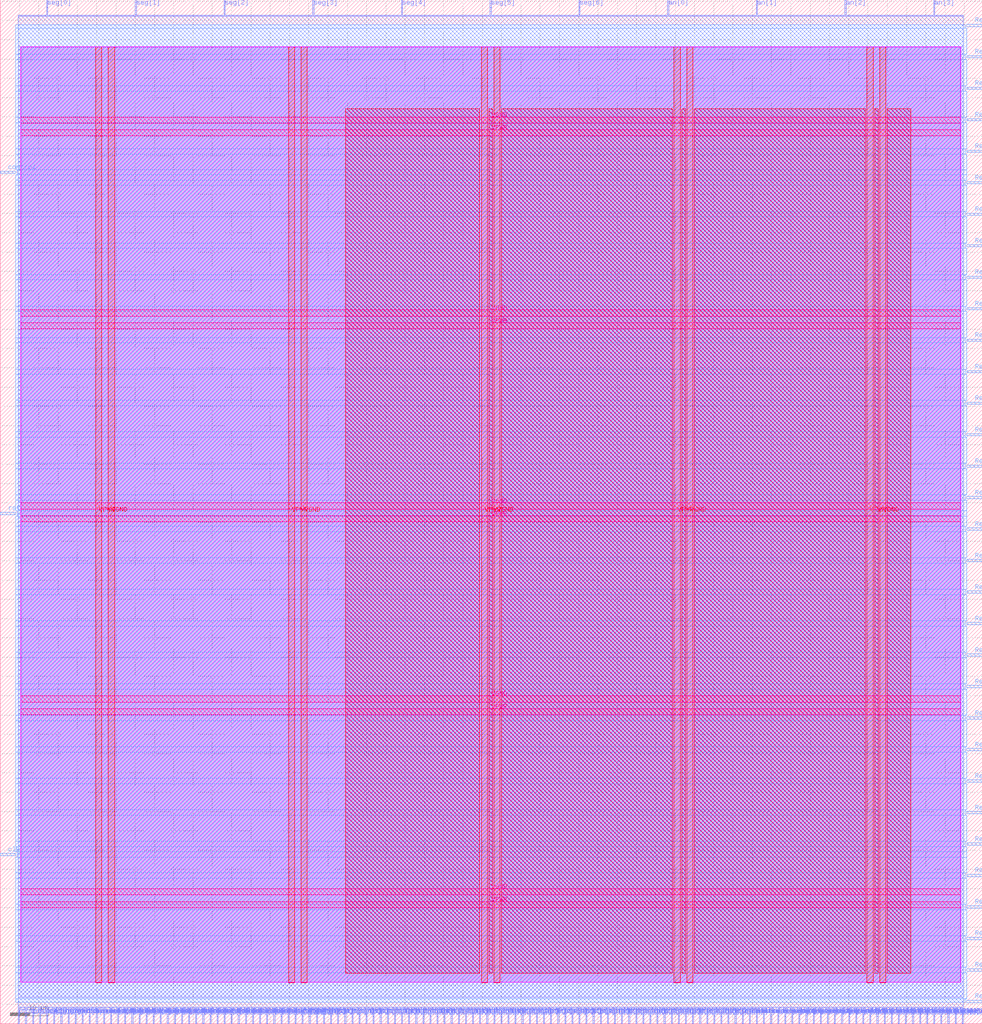
<source format=lef>
VERSION 5.7 ;
  NOWIREEXTENSIONATPIN ON ;
  DIVIDERCHAR "/" ;
  BUSBITCHARS "[]" ;
MACRO semi_cpu_top
  CLASS BLOCK ;
  FOREIGN semi_cpu_top ;
  ORIGIN 0.000 0.000 ;
  SIZE 254.620 BY 265.340 ;
  PIN Result[0]
    DIRECTION OUTPUT ;
    USE SIGNAL ;
    ANTENNADIFFAREA 0.445500 ;
    PORT
      LAYER met3 ;
        RECT 250.620 5.480 254.620 6.080 ;
    END
  END Result[0]
  PIN Result[10]
    DIRECTION OUTPUT ;
    USE SIGNAL ;
    ANTENNADIFFAREA 0.445500 ;
    PORT
      LAYER met3 ;
        RECT 250.620 87.080 254.620 87.680 ;
    END
  END Result[10]
  PIN Result[11]
    DIRECTION OUTPUT ;
    USE SIGNAL ;
    ANTENNADIFFAREA 0.445500 ;
    PORT
      LAYER met3 ;
        RECT 250.620 95.240 254.620 95.840 ;
    END
  END Result[11]
  PIN Result[12]
    DIRECTION OUTPUT ;
    USE SIGNAL ;
    ANTENNADIFFAREA 0.445500 ;
    PORT
      LAYER met3 ;
        RECT 250.620 103.400 254.620 104.000 ;
    END
  END Result[12]
  PIN Result[13]
    DIRECTION OUTPUT ;
    USE SIGNAL ;
    ANTENNADIFFAREA 0.445500 ;
    PORT
      LAYER met3 ;
        RECT 250.620 111.560 254.620 112.160 ;
    END
  END Result[13]
  PIN Result[14]
    DIRECTION OUTPUT ;
    USE SIGNAL ;
    ANTENNADIFFAREA 0.445500 ;
    PORT
      LAYER met3 ;
        RECT 250.620 119.720 254.620 120.320 ;
    END
  END Result[14]
  PIN Result[15]
    DIRECTION OUTPUT ;
    USE SIGNAL ;
    ANTENNADIFFAREA 0.445500 ;
    PORT
      LAYER met3 ;
        RECT 250.620 127.880 254.620 128.480 ;
    END
  END Result[15]
  PIN Result[16]
    DIRECTION OUTPUT ;
    USE SIGNAL ;
    ANTENNADIFFAREA 0.445500 ;
    PORT
      LAYER met3 ;
        RECT 250.620 136.040 254.620 136.640 ;
    END
  END Result[16]
  PIN Result[17]
    DIRECTION OUTPUT ;
    USE SIGNAL ;
    ANTENNADIFFAREA 0.445500 ;
    PORT
      LAYER met3 ;
        RECT 250.620 144.200 254.620 144.800 ;
    END
  END Result[17]
  PIN Result[18]
    DIRECTION OUTPUT ;
    USE SIGNAL ;
    ANTENNADIFFAREA 0.445500 ;
    PORT
      LAYER met3 ;
        RECT 250.620 152.360 254.620 152.960 ;
    END
  END Result[18]
  PIN Result[19]
    DIRECTION OUTPUT ;
    USE SIGNAL ;
    ANTENNADIFFAREA 0.445500 ;
    PORT
      LAYER met3 ;
        RECT 250.620 160.520 254.620 161.120 ;
    END
  END Result[19]
  PIN Result[1]
    DIRECTION OUTPUT ;
    USE SIGNAL ;
    ANTENNADIFFAREA 0.445500 ;
    PORT
      LAYER met3 ;
        RECT 250.620 13.640 254.620 14.240 ;
    END
  END Result[1]
  PIN Result[20]
    DIRECTION OUTPUT ;
    USE SIGNAL ;
    ANTENNADIFFAREA 0.445500 ;
    PORT
      LAYER met3 ;
        RECT 250.620 168.680 254.620 169.280 ;
    END
  END Result[20]
  PIN Result[21]
    DIRECTION OUTPUT ;
    USE SIGNAL ;
    ANTENNADIFFAREA 0.445500 ;
    PORT
      LAYER met3 ;
        RECT 250.620 176.840 254.620 177.440 ;
    END
  END Result[21]
  PIN Result[22]
    DIRECTION OUTPUT ;
    USE SIGNAL ;
    ANTENNADIFFAREA 0.445500 ;
    PORT
      LAYER met3 ;
        RECT 250.620 185.000 254.620 185.600 ;
    END
  END Result[22]
  PIN Result[23]
    DIRECTION OUTPUT ;
    USE SIGNAL ;
    ANTENNADIFFAREA 0.445500 ;
    PORT
      LAYER met3 ;
        RECT 250.620 193.160 254.620 193.760 ;
    END
  END Result[23]
  PIN Result[24]
    DIRECTION OUTPUT ;
    USE SIGNAL ;
    ANTENNADIFFAREA 0.445500 ;
    PORT
      LAYER met3 ;
        RECT 250.620 201.320 254.620 201.920 ;
    END
  END Result[24]
  PIN Result[25]
    DIRECTION OUTPUT ;
    USE SIGNAL ;
    ANTENNADIFFAREA 0.445500 ;
    PORT
      LAYER met3 ;
        RECT 250.620 209.480 254.620 210.080 ;
    END
  END Result[25]
  PIN Result[26]
    DIRECTION OUTPUT ;
    USE SIGNAL ;
    ANTENNADIFFAREA 0.445500 ;
    PORT
      LAYER met3 ;
        RECT 250.620 217.640 254.620 218.240 ;
    END
  END Result[26]
  PIN Result[27]
    DIRECTION OUTPUT ;
    USE SIGNAL ;
    ANTENNADIFFAREA 0.445500 ;
    PORT
      LAYER met3 ;
        RECT 250.620 225.800 254.620 226.400 ;
    END
  END Result[27]
  PIN Result[28]
    DIRECTION OUTPUT ;
    USE SIGNAL ;
    ANTENNADIFFAREA 0.445500 ;
    PORT
      LAYER met3 ;
        RECT 250.620 233.960 254.620 234.560 ;
    END
  END Result[28]
  PIN Result[29]
    DIRECTION OUTPUT ;
    USE SIGNAL ;
    ANTENNADIFFAREA 0.445500 ;
    PORT
      LAYER met3 ;
        RECT 250.620 242.120 254.620 242.720 ;
    END
  END Result[29]
  PIN Result[2]
    DIRECTION OUTPUT ;
    USE SIGNAL ;
    ANTENNADIFFAREA 0.445500 ;
    PORT
      LAYER met3 ;
        RECT 250.620 21.800 254.620 22.400 ;
    END
  END Result[2]
  PIN Result[30]
    DIRECTION OUTPUT ;
    USE SIGNAL ;
    ANTENNADIFFAREA 0.445500 ;
    PORT
      LAYER met3 ;
        RECT 250.620 250.280 254.620 250.880 ;
    END
  END Result[30]
  PIN Result[31]
    DIRECTION OUTPUT ;
    USE SIGNAL ;
    ANTENNADIFFAREA 0.445500 ;
    PORT
      LAYER met3 ;
        RECT 250.620 258.440 254.620 259.040 ;
    END
  END Result[31]
  PIN Result[3]
    DIRECTION OUTPUT ;
    USE SIGNAL ;
    ANTENNADIFFAREA 0.445500 ;
    PORT
      LAYER met3 ;
        RECT 250.620 29.960 254.620 30.560 ;
    END
  END Result[3]
  PIN Result[4]
    DIRECTION OUTPUT ;
    USE SIGNAL ;
    ANTENNADIFFAREA 0.445500 ;
    PORT
      LAYER met3 ;
        RECT 250.620 38.120 254.620 38.720 ;
    END
  END Result[4]
  PIN Result[5]
    DIRECTION OUTPUT ;
    USE SIGNAL ;
    ANTENNADIFFAREA 0.445500 ;
    PORT
      LAYER met3 ;
        RECT 250.620 46.280 254.620 46.880 ;
    END
  END Result[5]
  PIN Result[6]
    DIRECTION OUTPUT ;
    USE SIGNAL ;
    ANTENNADIFFAREA 0.445500 ;
    PORT
      LAYER met3 ;
        RECT 250.620 54.440 254.620 55.040 ;
    END
  END Result[6]
  PIN Result[7]
    DIRECTION OUTPUT ;
    USE SIGNAL ;
    ANTENNADIFFAREA 0.445500 ;
    PORT
      LAYER met3 ;
        RECT 250.620 62.600 254.620 63.200 ;
    END
  END Result[7]
  PIN Result[8]
    DIRECTION OUTPUT ;
    USE SIGNAL ;
    ANTENNADIFFAREA 0.445500 ;
    PORT
      LAYER met3 ;
        RECT 250.620 70.760 254.620 71.360 ;
    END
  END Result[8]
  PIN Result[9]
    DIRECTION OUTPUT ;
    USE SIGNAL ;
    ANTENNADIFFAREA 0.445500 ;
    PORT
      LAYER met3 ;
        RECT 250.620 78.920 254.620 79.520 ;
    END
  END Result[9]
  PIN VGND
    DIRECTION INOUT ;
    USE GROUND ;
    PORT
      LAYER met4 ;
        RECT 28.020 10.640 29.620 253.200 ;
    END
    PORT
      LAYER met4 ;
        RECT 78.020 10.640 79.620 253.200 ;
    END
    PORT
      LAYER met4 ;
        RECT 128.020 10.640 129.620 253.200 ;
    END
    PORT
      LAYER met4 ;
        RECT 178.020 10.640 179.620 253.200 ;
    END
    PORT
      LAYER met4 ;
        RECT 228.020 10.640 229.620 253.200 ;
    END
    PORT
      LAYER met5 ;
        RECT 5.280 33.380 249.100 34.980 ;
    END
    PORT
      LAYER met5 ;
        RECT 5.280 83.380 249.100 84.980 ;
    END
    PORT
      LAYER met5 ;
        RECT 5.280 133.380 249.100 134.980 ;
    END
    PORT
      LAYER met5 ;
        RECT 5.280 183.380 249.100 184.980 ;
    END
    PORT
      LAYER met5 ;
        RECT 5.280 233.380 249.100 234.980 ;
    END
  END VGND
  PIN VPWR
    DIRECTION INOUT ;
    USE POWER ;
    PORT
      LAYER met4 ;
        RECT 24.720 10.640 26.320 253.200 ;
    END
    PORT
      LAYER met4 ;
        RECT 74.720 10.640 76.320 253.200 ;
    END
    PORT
      LAYER met4 ;
        RECT 124.720 10.640 126.320 253.200 ;
    END
    PORT
      LAYER met4 ;
        RECT 174.720 10.640 176.320 253.200 ;
    END
    PORT
      LAYER met4 ;
        RECT 224.720 10.640 226.320 253.200 ;
    END
    PORT
      LAYER met5 ;
        RECT 5.280 30.080 249.100 31.680 ;
    END
    PORT
      LAYER met5 ;
        RECT 5.280 80.080 249.100 81.680 ;
    END
    PORT
      LAYER met5 ;
        RECT 5.280 130.080 249.100 131.680 ;
    END
    PORT
      LAYER met5 ;
        RECT 5.280 180.080 249.100 181.680 ;
    END
    PORT
      LAYER met5 ;
        RECT 5.280 230.080 249.100 231.680 ;
    END
  END VPWR
  PIN alu_op_tb[0]
    DIRECTION OUTPUT ;
    USE SIGNAL ;
    ANTENNADIFFAREA 0.445500 ;
    PORT
      LAYER met2 ;
        RECT 10.210 0.000 10.490 4.000 ;
    END
  END alu_op_tb[0]
  PIN alu_op_tb[1]
    DIRECTION OUTPUT ;
    USE SIGNAL ;
    ANTENNADIFFAREA 0.445500 ;
    PORT
      LAYER met2 ;
        RECT 12.050 0.000 12.330 4.000 ;
    END
  END alu_op_tb[1]
  PIN alu_op_tb[2]
    DIRECTION OUTPUT ;
    USE SIGNAL ;
    ANTENNADIFFAREA 0.445500 ;
    PORT
      LAYER met2 ;
        RECT 13.890 0.000 14.170 4.000 ;
    END
  END alu_op_tb[2]
  PIN an[0]
    DIRECTION OUTPUT ;
    USE SIGNAL ;
    ANTENNADIFFAREA 0.795200 ;
    PORT
      LAYER met2 ;
        RECT 173.050 261.340 173.330 265.340 ;
    END
  END an[0]
  PIN an[1]
    DIRECTION OUTPUT ;
    USE SIGNAL ;
    ANTENNADIFFAREA 0.795200 ;
    PORT
      LAYER met2 ;
        RECT 196.050 261.340 196.330 265.340 ;
    END
  END an[1]
  PIN an[2]
    DIRECTION OUTPUT ;
    USE SIGNAL ;
    ANTENNADIFFAREA 0.795200 ;
    PORT
      LAYER met2 ;
        RECT 219.050 261.340 219.330 265.340 ;
    END
  END an[2]
  PIN an[3]
    DIRECTION OUTPUT ;
    USE SIGNAL ;
    ANTENNADIFFAREA 0.795200 ;
    PORT
      LAYER met2 ;
        RECT 242.050 261.340 242.330 265.340 ;
    END
  END an[3]
  PIN clk
    DIRECTION INPUT ;
    USE SIGNAL ;
    ANTENNAGATEAREA 0.852000 ;
    ANTENNADIFFAREA 0.434700 ;
    PORT
      LAYER met3 ;
        RECT 0.000 43.560 4.000 44.160 ;
    END
  END clk
  PIN control
    DIRECTION INPUT ;
    USE SIGNAL ;
    ANTENNAGATEAREA 0.495000 ;
    ANTENNADIFFAREA 0.434700 ;
    PORT
      LAYER met3 ;
        RECT 0.000 220.360 4.000 220.960 ;
    END
  END control
  PIN immediate_tb[0]
    DIRECTION OUTPUT ;
    USE SIGNAL ;
    ANTENNADIFFAREA 0.445500 ;
    PORT
      LAYER met2 ;
        RECT 192.370 0.000 192.650 4.000 ;
    END
  END immediate_tb[0]
  PIN immediate_tb[10]
    DIRECTION OUTPUT ;
    USE SIGNAL ;
    PORT
      LAYER met2 ;
        RECT 210.770 0.000 211.050 4.000 ;
    END
  END immediate_tb[10]
  PIN immediate_tb[11]
    DIRECTION OUTPUT ;
    USE SIGNAL ;
    PORT
      LAYER met2 ;
        RECT 212.610 0.000 212.890 4.000 ;
    END
  END immediate_tb[11]
  PIN immediate_tb[12]
    DIRECTION OUTPUT ;
    USE SIGNAL ;
    PORT
      LAYER met2 ;
        RECT 214.450 0.000 214.730 4.000 ;
    END
  END immediate_tb[12]
  PIN immediate_tb[13]
    DIRECTION OUTPUT ;
    USE SIGNAL ;
    PORT
      LAYER met2 ;
        RECT 216.290 0.000 216.570 4.000 ;
    END
  END immediate_tb[13]
  PIN immediate_tb[14]
    DIRECTION OUTPUT ;
    USE SIGNAL ;
    ANTENNADIFFAREA 0.445500 ;
    PORT
      LAYER met2 ;
        RECT 218.130 0.000 218.410 4.000 ;
    END
  END immediate_tb[14]
  PIN immediate_tb[15]
    DIRECTION OUTPUT ;
    USE SIGNAL ;
    ANTENNADIFFAREA 0.445500 ;
    PORT
      LAYER met2 ;
        RECT 219.970 0.000 220.250 4.000 ;
    END
  END immediate_tb[15]
  PIN immediate_tb[16]
    DIRECTION OUTPUT ;
    USE SIGNAL ;
    PORT
      LAYER met2 ;
        RECT 221.810 0.000 222.090 4.000 ;
    END
  END immediate_tb[16]
  PIN immediate_tb[17]
    DIRECTION OUTPUT ;
    USE SIGNAL ;
    PORT
      LAYER met2 ;
        RECT 223.650 0.000 223.930 4.000 ;
    END
  END immediate_tb[17]
  PIN immediate_tb[18]
    DIRECTION OUTPUT ;
    USE SIGNAL ;
    PORT
      LAYER met2 ;
        RECT 225.490 0.000 225.770 4.000 ;
    END
  END immediate_tb[18]
  PIN immediate_tb[19]
    DIRECTION OUTPUT ;
    USE SIGNAL ;
    PORT
      LAYER met2 ;
        RECT 227.330 0.000 227.610 4.000 ;
    END
  END immediate_tb[19]
  PIN immediate_tb[1]
    DIRECTION OUTPUT ;
    USE SIGNAL ;
    ANTENNADIFFAREA 0.445500 ;
    PORT
      LAYER met2 ;
        RECT 194.210 0.000 194.490 4.000 ;
    END
  END immediate_tb[1]
  PIN immediate_tb[20]
    DIRECTION OUTPUT ;
    USE SIGNAL ;
    PORT
      LAYER met2 ;
        RECT 229.170 0.000 229.450 4.000 ;
    END
  END immediate_tb[20]
  PIN immediate_tb[21]
    DIRECTION OUTPUT ;
    USE SIGNAL ;
    PORT
      LAYER met2 ;
        RECT 231.010 0.000 231.290 4.000 ;
    END
  END immediate_tb[21]
  PIN immediate_tb[22]
    DIRECTION OUTPUT ;
    USE SIGNAL ;
    PORT
      LAYER met2 ;
        RECT 232.850 0.000 233.130 4.000 ;
    END
  END immediate_tb[22]
  PIN immediate_tb[23]
    DIRECTION OUTPUT ;
    USE SIGNAL ;
    PORT
      LAYER met2 ;
        RECT 234.690 0.000 234.970 4.000 ;
    END
  END immediate_tb[23]
  PIN immediate_tb[24]
    DIRECTION OUTPUT ;
    USE SIGNAL ;
    PORT
      LAYER met2 ;
        RECT 236.530 0.000 236.810 4.000 ;
    END
  END immediate_tb[24]
  PIN immediate_tb[25]
    DIRECTION OUTPUT ;
    USE SIGNAL ;
    PORT
      LAYER met2 ;
        RECT 238.370 0.000 238.650 4.000 ;
    END
  END immediate_tb[25]
  PIN immediate_tb[26]
    DIRECTION OUTPUT ;
    USE SIGNAL ;
    PORT
      LAYER met2 ;
        RECT 240.210 0.000 240.490 4.000 ;
    END
  END immediate_tb[26]
  PIN immediate_tb[27]
    DIRECTION OUTPUT ;
    USE SIGNAL ;
    PORT
      LAYER met2 ;
        RECT 242.050 0.000 242.330 4.000 ;
    END
  END immediate_tb[27]
  PIN immediate_tb[28]
    DIRECTION OUTPUT ;
    USE SIGNAL ;
    PORT
      LAYER met2 ;
        RECT 243.890 0.000 244.170 4.000 ;
    END
  END immediate_tb[28]
  PIN immediate_tb[29]
    DIRECTION OUTPUT ;
    USE SIGNAL ;
    PORT
      LAYER met2 ;
        RECT 245.730 0.000 246.010 4.000 ;
    END
  END immediate_tb[29]
  PIN immediate_tb[2]
    DIRECTION OUTPUT ;
    USE SIGNAL ;
    ANTENNADIFFAREA 0.445500 ;
    PORT
      LAYER met2 ;
        RECT 196.050 0.000 196.330 4.000 ;
    END
  END immediate_tb[2]
  PIN immediate_tb[30]
    DIRECTION OUTPUT ;
    USE SIGNAL ;
    PORT
      LAYER met2 ;
        RECT 247.570 0.000 247.850 4.000 ;
    END
  END immediate_tb[30]
  PIN immediate_tb[31]
    DIRECTION OUTPUT ;
    USE SIGNAL ;
    PORT
      LAYER met2 ;
        RECT 249.410 0.000 249.690 4.000 ;
    END
  END immediate_tb[31]
  PIN immediate_tb[3]
    DIRECTION OUTPUT ;
    USE SIGNAL ;
    ANTENNADIFFAREA 0.445500 ;
    PORT
      LAYER met2 ;
        RECT 197.890 0.000 198.170 4.000 ;
    END
  END immediate_tb[3]
  PIN immediate_tb[4]
    DIRECTION OUTPUT ;
    USE SIGNAL ;
    PORT
      LAYER met2 ;
        RECT 199.730 0.000 200.010 4.000 ;
    END
  END immediate_tb[4]
  PIN immediate_tb[5]
    DIRECTION OUTPUT ;
    USE SIGNAL ;
    PORT
      LAYER met2 ;
        RECT 201.570 0.000 201.850 4.000 ;
    END
  END immediate_tb[5]
  PIN immediate_tb[6]
    DIRECTION OUTPUT ;
    USE SIGNAL ;
    PORT
      LAYER met2 ;
        RECT 203.410 0.000 203.690 4.000 ;
    END
  END immediate_tb[6]
  PIN immediate_tb[7]
    DIRECTION OUTPUT ;
    USE SIGNAL ;
    PORT
      LAYER met2 ;
        RECT 205.250 0.000 205.530 4.000 ;
    END
  END immediate_tb[7]
  PIN immediate_tb[8]
    DIRECTION OUTPUT ;
    USE SIGNAL ;
    PORT
      LAYER met2 ;
        RECT 207.090 0.000 207.370 4.000 ;
    END
  END immediate_tb[8]
  PIN immediate_tb[9]
    DIRECTION OUTPUT ;
    USE SIGNAL ;
    PORT
      LAYER met2 ;
        RECT 208.930 0.000 209.210 4.000 ;
    END
  END immediate_tb[9]
  PIN instruction_tb[0]
    DIRECTION OUTPUT ;
    USE SIGNAL ;
    ANTENNADIFFAREA 0.445500 ;
    PORT
      LAYER met2 ;
        RECT 15.730 0.000 16.010 4.000 ;
    END
  END instruction_tb[0]
  PIN instruction_tb[10]
    DIRECTION OUTPUT ;
    USE SIGNAL ;
    PORT
      LAYER met2 ;
        RECT 34.130 0.000 34.410 4.000 ;
    END
  END instruction_tb[10]
  PIN instruction_tb[11]
    DIRECTION OUTPUT ;
    USE SIGNAL ;
    PORT
      LAYER met2 ;
        RECT 35.970 0.000 36.250 4.000 ;
    END
  END instruction_tb[11]
  PIN instruction_tb[12]
    DIRECTION OUTPUT ;
    USE SIGNAL ;
    PORT
      LAYER met2 ;
        RECT 37.810 0.000 38.090 4.000 ;
    END
  END instruction_tb[12]
  PIN instruction_tb[13]
    DIRECTION OUTPUT ;
    USE SIGNAL ;
    PORT
      LAYER met2 ;
        RECT 39.650 0.000 39.930 4.000 ;
    END
  END instruction_tb[13]
  PIN instruction_tb[14]
    DIRECTION OUTPUT ;
    USE SIGNAL ;
    ANTENNADIFFAREA 0.445500 ;
    PORT
      LAYER met2 ;
        RECT 41.490 0.000 41.770 4.000 ;
    END
  END instruction_tb[14]
  PIN instruction_tb[15]
    DIRECTION OUTPUT ;
    USE SIGNAL ;
    ANTENNADIFFAREA 0.445500 ;
    PORT
      LAYER met2 ;
        RECT 43.330 0.000 43.610 4.000 ;
    END
  END instruction_tb[15]
  PIN instruction_tb[16]
    DIRECTION OUTPUT ;
    USE SIGNAL ;
    ANTENNADIFFAREA 0.445500 ;
    PORT
      LAYER met2 ;
        RECT 45.170 0.000 45.450 4.000 ;
    END
  END instruction_tb[16]
  PIN instruction_tb[17]
    DIRECTION OUTPUT ;
    USE SIGNAL ;
    ANTENNADIFFAREA 0.445500 ;
    PORT
      LAYER met2 ;
        RECT 47.010 0.000 47.290 4.000 ;
    END
  END instruction_tb[17]
  PIN instruction_tb[18]
    DIRECTION OUTPUT ;
    USE SIGNAL ;
    PORT
      LAYER met2 ;
        RECT 48.850 0.000 49.130 4.000 ;
    END
  END instruction_tb[18]
  PIN instruction_tb[19]
    DIRECTION OUTPUT ;
    USE SIGNAL ;
    ANTENNADIFFAREA 0.445500 ;
    PORT
      LAYER met2 ;
        RECT 50.690 0.000 50.970 4.000 ;
    END
  END instruction_tb[19]
  PIN instruction_tb[1]
    DIRECTION OUTPUT ;
    USE SIGNAL ;
    ANTENNADIFFAREA 0.445500 ;
    PORT
      LAYER met2 ;
        RECT 17.570 0.000 17.850 4.000 ;
    END
  END instruction_tb[1]
  PIN instruction_tb[20]
    DIRECTION OUTPUT ;
    USE SIGNAL ;
    ANTENNADIFFAREA 0.445500 ;
    PORT
      LAYER met2 ;
        RECT 52.530 0.000 52.810 4.000 ;
    END
  END instruction_tb[20]
  PIN instruction_tb[21]
    DIRECTION OUTPUT ;
    USE SIGNAL ;
    PORT
      LAYER met2 ;
        RECT 54.370 0.000 54.650 4.000 ;
    END
  END instruction_tb[21]
  PIN instruction_tb[22]
    DIRECTION OUTPUT ;
    USE SIGNAL ;
    ANTENNADIFFAREA 0.445500 ;
    PORT
      LAYER met2 ;
        RECT 56.210 0.000 56.490 4.000 ;
    END
  END instruction_tb[22]
  PIN instruction_tb[23]
    DIRECTION OUTPUT ;
    USE SIGNAL ;
    ANTENNADIFFAREA 0.445500 ;
    PORT
      LAYER met2 ;
        RECT 58.050 0.000 58.330 4.000 ;
    END
  END instruction_tb[23]
  PIN instruction_tb[24]
    DIRECTION OUTPUT ;
    USE SIGNAL ;
    ANTENNADIFFAREA 0.445500 ;
    PORT
      LAYER met2 ;
        RECT 59.890 0.000 60.170 4.000 ;
    END
  END instruction_tb[24]
  PIN instruction_tb[25]
    DIRECTION OUTPUT ;
    USE SIGNAL ;
    ANTENNADIFFAREA 0.445500 ;
    PORT
      LAYER met2 ;
        RECT 61.730 0.000 62.010 4.000 ;
    END
  END instruction_tb[25]
  PIN instruction_tb[26]
    DIRECTION OUTPUT ;
    USE SIGNAL ;
    ANTENNADIFFAREA 0.445500 ;
    PORT
      LAYER met2 ;
        RECT 63.570 0.000 63.850 4.000 ;
    END
  END instruction_tb[26]
  PIN instruction_tb[27]
    DIRECTION OUTPUT ;
    USE SIGNAL ;
    ANTENNADIFFAREA 0.445500 ;
    PORT
      LAYER met2 ;
        RECT 65.410 0.000 65.690 4.000 ;
    END
  END instruction_tb[27]
  PIN instruction_tb[28]
    DIRECTION OUTPUT ;
    USE SIGNAL ;
    ANTENNADIFFAREA 0.445500 ;
    PORT
      LAYER met2 ;
        RECT 67.250 0.000 67.530 4.000 ;
    END
  END instruction_tb[28]
  PIN instruction_tb[29]
    DIRECTION OUTPUT ;
    USE SIGNAL ;
    ANTENNADIFFAREA 0.445500 ;
    PORT
      LAYER met2 ;
        RECT 69.090 0.000 69.370 4.000 ;
    END
  END instruction_tb[29]
  PIN instruction_tb[2]
    DIRECTION OUTPUT ;
    USE SIGNAL ;
    ANTENNADIFFAREA 0.445500 ;
    PORT
      LAYER met2 ;
        RECT 19.410 0.000 19.690 4.000 ;
    END
  END instruction_tb[2]
  PIN instruction_tb[30]
    DIRECTION OUTPUT ;
    USE SIGNAL ;
    ANTENNADIFFAREA 0.445500 ;
    PORT
      LAYER met2 ;
        RECT 70.930 0.000 71.210 4.000 ;
    END
  END instruction_tb[30]
  PIN instruction_tb[31]
    DIRECTION OUTPUT ;
    USE SIGNAL ;
    ANTENNADIFFAREA 0.445500 ;
    PORT
      LAYER met2 ;
        RECT 72.770 0.000 73.050 4.000 ;
    END
  END instruction_tb[31]
  PIN instruction_tb[3]
    DIRECTION OUTPUT ;
    USE SIGNAL ;
    ANTENNADIFFAREA 0.445500 ;
    PORT
      LAYER met2 ;
        RECT 21.250 0.000 21.530 4.000 ;
    END
  END instruction_tb[3]
  PIN instruction_tb[4]
    DIRECTION OUTPUT ;
    USE SIGNAL ;
    PORT
      LAYER met2 ;
        RECT 23.090 0.000 23.370 4.000 ;
    END
  END instruction_tb[4]
  PIN instruction_tb[5]
    DIRECTION OUTPUT ;
    USE SIGNAL ;
    PORT
      LAYER met2 ;
        RECT 24.930 0.000 25.210 4.000 ;
    END
  END instruction_tb[5]
  PIN instruction_tb[6]
    DIRECTION OUTPUT ;
    USE SIGNAL ;
    PORT
      LAYER met2 ;
        RECT 26.770 0.000 27.050 4.000 ;
    END
  END instruction_tb[6]
  PIN instruction_tb[7]
    DIRECTION OUTPUT ;
    USE SIGNAL ;
    PORT
      LAYER met2 ;
        RECT 28.610 0.000 28.890 4.000 ;
    END
  END instruction_tb[7]
  PIN instruction_tb[8]
    DIRECTION OUTPUT ;
    USE SIGNAL ;
    PORT
      LAYER met2 ;
        RECT 30.450 0.000 30.730 4.000 ;
    END
  END instruction_tb[8]
  PIN instruction_tb[9]
    DIRECTION OUTPUT ;
    USE SIGNAL ;
    PORT
      LAYER met2 ;
        RECT 32.290 0.000 32.570 4.000 ;
    END
  END instruction_tb[9]
  PIN pc_out_tb[0]
    DIRECTION OUTPUT ;
    USE SIGNAL ;
    ANTENNADIFFAREA 0.795200 ;
    PORT
      LAYER met2 ;
        RECT 4.690 0.000 4.970 4.000 ;
    END
  END pc_out_tb[0]
  PIN pc_out_tb[1]
    DIRECTION OUTPUT ;
    USE SIGNAL ;
    ANTENNADIFFAREA 0.445500 ;
    PORT
      LAYER met2 ;
        RECT 6.530 0.000 6.810 4.000 ;
    END
  END pc_out_tb[1]
  PIN pc_out_tb[2]
    DIRECTION OUTPUT ;
    USE SIGNAL ;
    ANTENNADIFFAREA 0.445500 ;
    PORT
      LAYER met2 ;
        RECT 8.370 0.000 8.650 4.000 ;
    END
  END pc_out_tb[2]
  PIN rd1_tb[0]
    DIRECTION OUTPUT ;
    USE SIGNAL ;
    ANTENNADIFFAREA 0.445500 ;
    PORT
      LAYER met2 ;
        RECT 74.610 0.000 74.890 4.000 ;
    END
  END rd1_tb[0]
  PIN rd1_tb[10]
    DIRECTION OUTPUT ;
    USE SIGNAL ;
    ANTENNADIFFAREA 0.445500 ;
    PORT
      LAYER met2 ;
        RECT 93.010 0.000 93.290 4.000 ;
    END
  END rd1_tb[10]
  PIN rd1_tb[11]
    DIRECTION OUTPUT ;
    USE SIGNAL ;
    ANTENNADIFFAREA 0.445500 ;
    PORT
      LAYER met2 ;
        RECT 94.850 0.000 95.130 4.000 ;
    END
  END rd1_tb[11]
  PIN rd1_tb[12]
    DIRECTION OUTPUT ;
    USE SIGNAL ;
    ANTENNADIFFAREA 0.445500 ;
    PORT
      LAYER met2 ;
        RECT 96.690 0.000 96.970 4.000 ;
    END
  END rd1_tb[12]
  PIN rd1_tb[13]
    DIRECTION OUTPUT ;
    USE SIGNAL ;
    ANTENNADIFFAREA 0.445500 ;
    PORT
      LAYER met2 ;
        RECT 98.530 0.000 98.810 4.000 ;
    END
  END rd1_tb[13]
  PIN rd1_tb[14]
    DIRECTION OUTPUT ;
    USE SIGNAL ;
    ANTENNADIFFAREA 0.445500 ;
    PORT
      LAYER met2 ;
        RECT 100.370 0.000 100.650 4.000 ;
    END
  END rd1_tb[14]
  PIN rd1_tb[15]
    DIRECTION OUTPUT ;
    USE SIGNAL ;
    ANTENNADIFFAREA 0.445500 ;
    PORT
      LAYER met2 ;
        RECT 102.210 0.000 102.490 4.000 ;
    END
  END rd1_tb[15]
  PIN rd1_tb[16]
    DIRECTION OUTPUT ;
    USE SIGNAL ;
    ANTENNADIFFAREA 0.445500 ;
    PORT
      LAYER met2 ;
        RECT 104.050 0.000 104.330 4.000 ;
    END
  END rd1_tb[16]
  PIN rd1_tb[17]
    DIRECTION OUTPUT ;
    USE SIGNAL ;
    ANTENNADIFFAREA 0.445500 ;
    PORT
      LAYER met2 ;
        RECT 105.890 0.000 106.170 4.000 ;
    END
  END rd1_tb[17]
  PIN rd1_tb[18]
    DIRECTION OUTPUT ;
    USE SIGNAL ;
    ANTENNADIFFAREA 0.445500 ;
    PORT
      LAYER met2 ;
        RECT 107.730 0.000 108.010 4.000 ;
    END
  END rd1_tb[18]
  PIN rd1_tb[19]
    DIRECTION OUTPUT ;
    USE SIGNAL ;
    ANTENNADIFFAREA 0.445500 ;
    PORT
      LAYER met2 ;
        RECT 109.570 0.000 109.850 4.000 ;
    END
  END rd1_tb[19]
  PIN rd1_tb[1]
    DIRECTION OUTPUT ;
    USE SIGNAL ;
    ANTENNADIFFAREA 0.445500 ;
    PORT
      LAYER met2 ;
        RECT 76.450 0.000 76.730 4.000 ;
    END
  END rd1_tb[1]
  PIN rd1_tb[20]
    DIRECTION OUTPUT ;
    USE SIGNAL ;
    ANTENNADIFFAREA 0.445500 ;
    PORT
      LAYER met2 ;
        RECT 111.410 0.000 111.690 4.000 ;
    END
  END rd1_tb[20]
  PIN rd1_tb[21]
    DIRECTION OUTPUT ;
    USE SIGNAL ;
    ANTENNADIFFAREA 0.445500 ;
    PORT
      LAYER met2 ;
        RECT 113.250 0.000 113.530 4.000 ;
    END
  END rd1_tb[21]
  PIN rd1_tb[22]
    DIRECTION OUTPUT ;
    USE SIGNAL ;
    ANTENNADIFFAREA 0.445500 ;
    PORT
      LAYER met2 ;
        RECT 115.090 0.000 115.370 4.000 ;
    END
  END rd1_tb[22]
  PIN rd1_tb[23]
    DIRECTION OUTPUT ;
    USE SIGNAL ;
    ANTENNADIFFAREA 0.445500 ;
    PORT
      LAYER met2 ;
        RECT 116.930 0.000 117.210 4.000 ;
    END
  END rd1_tb[23]
  PIN rd1_tb[24]
    DIRECTION OUTPUT ;
    USE SIGNAL ;
    ANTENNADIFFAREA 0.445500 ;
    PORT
      LAYER met2 ;
        RECT 118.770 0.000 119.050 4.000 ;
    END
  END rd1_tb[24]
  PIN rd1_tb[25]
    DIRECTION OUTPUT ;
    USE SIGNAL ;
    ANTENNADIFFAREA 0.445500 ;
    PORT
      LAYER met2 ;
        RECT 120.610 0.000 120.890 4.000 ;
    END
  END rd1_tb[25]
  PIN rd1_tb[26]
    DIRECTION OUTPUT ;
    USE SIGNAL ;
    ANTENNADIFFAREA 0.445500 ;
    PORT
      LAYER met2 ;
        RECT 122.450 0.000 122.730 4.000 ;
    END
  END rd1_tb[26]
  PIN rd1_tb[27]
    DIRECTION OUTPUT ;
    USE SIGNAL ;
    ANTENNADIFFAREA 0.445500 ;
    PORT
      LAYER met2 ;
        RECT 124.290 0.000 124.570 4.000 ;
    END
  END rd1_tb[27]
  PIN rd1_tb[28]
    DIRECTION OUTPUT ;
    USE SIGNAL ;
    ANTENNADIFFAREA 0.445500 ;
    PORT
      LAYER met2 ;
        RECT 126.130 0.000 126.410 4.000 ;
    END
  END rd1_tb[28]
  PIN rd1_tb[29]
    DIRECTION OUTPUT ;
    USE SIGNAL ;
    ANTENNADIFFAREA 0.445500 ;
    PORT
      LAYER met2 ;
        RECT 127.970 0.000 128.250 4.000 ;
    END
  END rd1_tb[29]
  PIN rd1_tb[2]
    DIRECTION OUTPUT ;
    USE SIGNAL ;
    ANTENNADIFFAREA 0.445500 ;
    PORT
      LAYER met2 ;
        RECT 78.290 0.000 78.570 4.000 ;
    END
  END rd1_tb[2]
  PIN rd1_tb[30]
    DIRECTION OUTPUT ;
    USE SIGNAL ;
    ANTENNADIFFAREA 0.445500 ;
    PORT
      LAYER met2 ;
        RECT 129.810 0.000 130.090 4.000 ;
    END
  END rd1_tb[30]
  PIN rd1_tb[31]
    DIRECTION OUTPUT ;
    USE SIGNAL ;
    ANTENNADIFFAREA 0.445500 ;
    PORT
      LAYER met2 ;
        RECT 131.650 0.000 131.930 4.000 ;
    END
  END rd1_tb[31]
  PIN rd1_tb[3]
    DIRECTION OUTPUT ;
    USE SIGNAL ;
    ANTENNADIFFAREA 0.445500 ;
    PORT
      LAYER met2 ;
        RECT 80.130 0.000 80.410 4.000 ;
    END
  END rd1_tb[3]
  PIN rd1_tb[4]
    DIRECTION OUTPUT ;
    USE SIGNAL ;
    ANTENNADIFFAREA 0.445500 ;
    PORT
      LAYER met2 ;
        RECT 81.970 0.000 82.250 4.000 ;
    END
  END rd1_tb[4]
  PIN rd1_tb[5]
    DIRECTION OUTPUT ;
    USE SIGNAL ;
    ANTENNADIFFAREA 0.445500 ;
    PORT
      LAYER met2 ;
        RECT 83.810 0.000 84.090 4.000 ;
    END
  END rd1_tb[5]
  PIN rd1_tb[6]
    DIRECTION OUTPUT ;
    USE SIGNAL ;
    ANTENNADIFFAREA 0.445500 ;
    PORT
      LAYER met2 ;
        RECT 85.650 0.000 85.930 4.000 ;
    END
  END rd1_tb[6]
  PIN rd1_tb[7]
    DIRECTION OUTPUT ;
    USE SIGNAL ;
    ANTENNADIFFAREA 0.445500 ;
    PORT
      LAYER met2 ;
        RECT 87.490 0.000 87.770 4.000 ;
    END
  END rd1_tb[7]
  PIN rd1_tb[8]
    DIRECTION OUTPUT ;
    USE SIGNAL ;
    ANTENNADIFFAREA 0.445500 ;
    PORT
      LAYER met2 ;
        RECT 89.330 0.000 89.610 4.000 ;
    END
  END rd1_tb[8]
  PIN rd1_tb[9]
    DIRECTION OUTPUT ;
    USE SIGNAL ;
    ANTENNADIFFAREA 0.445500 ;
    PORT
      LAYER met2 ;
        RECT 91.170 0.000 91.450 4.000 ;
    END
  END rd1_tb[9]
  PIN rd2_tb[0]
    DIRECTION OUTPUT ;
    USE SIGNAL ;
    ANTENNADIFFAREA 0.445500 ;
    PORT
      LAYER met2 ;
        RECT 133.490 0.000 133.770 4.000 ;
    END
  END rd2_tb[0]
  PIN rd2_tb[10]
    DIRECTION OUTPUT ;
    USE SIGNAL ;
    ANTENNADIFFAREA 0.445500 ;
    PORT
      LAYER met2 ;
        RECT 151.890 0.000 152.170 4.000 ;
    END
  END rd2_tb[10]
  PIN rd2_tb[11]
    DIRECTION OUTPUT ;
    USE SIGNAL ;
    ANTENNADIFFAREA 0.445500 ;
    PORT
      LAYER met2 ;
        RECT 153.730 0.000 154.010 4.000 ;
    END
  END rd2_tb[11]
  PIN rd2_tb[12]
    DIRECTION OUTPUT ;
    USE SIGNAL ;
    ANTENNADIFFAREA 0.445500 ;
    PORT
      LAYER met2 ;
        RECT 155.570 0.000 155.850 4.000 ;
    END
  END rd2_tb[12]
  PIN rd2_tb[13]
    DIRECTION OUTPUT ;
    USE SIGNAL ;
    ANTENNADIFFAREA 0.445500 ;
    PORT
      LAYER met2 ;
        RECT 157.410 0.000 157.690 4.000 ;
    END
  END rd2_tb[13]
  PIN rd2_tb[14]
    DIRECTION OUTPUT ;
    USE SIGNAL ;
    ANTENNADIFFAREA 0.445500 ;
    PORT
      LAYER met2 ;
        RECT 159.250 0.000 159.530 4.000 ;
    END
  END rd2_tb[14]
  PIN rd2_tb[15]
    DIRECTION OUTPUT ;
    USE SIGNAL ;
    ANTENNADIFFAREA 0.445500 ;
    PORT
      LAYER met2 ;
        RECT 161.090 0.000 161.370 4.000 ;
    END
  END rd2_tb[15]
  PIN rd2_tb[16]
    DIRECTION OUTPUT ;
    USE SIGNAL ;
    ANTENNADIFFAREA 0.445500 ;
    PORT
      LAYER met2 ;
        RECT 162.930 0.000 163.210 4.000 ;
    END
  END rd2_tb[16]
  PIN rd2_tb[17]
    DIRECTION OUTPUT ;
    USE SIGNAL ;
    ANTENNADIFFAREA 0.445500 ;
    PORT
      LAYER met2 ;
        RECT 164.770 0.000 165.050 4.000 ;
    END
  END rd2_tb[17]
  PIN rd2_tb[18]
    DIRECTION OUTPUT ;
    USE SIGNAL ;
    ANTENNADIFFAREA 0.445500 ;
    PORT
      LAYER met2 ;
        RECT 166.610 0.000 166.890 4.000 ;
    END
  END rd2_tb[18]
  PIN rd2_tb[19]
    DIRECTION OUTPUT ;
    USE SIGNAL ;
    ANTENNADIFFAREA 0.445500 ;
    PORT
      LAYER met2 ;
        RECT 168.450 0.000 168.730 4.000 ;
    END
  END rd2_tb[19]
  PIN rd2_tb[1]
    DIRECTION OUTPUT ;
    USE SIGNAL ;
    ANTENNADIFFAREA 0.445500 ;
    PORT
      LAYER met2 ;
        RECT 135.330 0.000 135.610 4.000 ;
    END
  END rd2_tb[1]
  PIN rd2_tb[20]
    DIRECTION OUTPUT ;
    USE SIGNAL ;
    ANTENNADIFFAREA 0.445500 ;
    PORT
      LAYER met2 ;
        RECT 170.290 0.000 170.570 4.000 ;
    END
  END rd2_tb[20]
  PIN rd2_tb[21]
    DIRECTION OUTPUT ;
    USE SIGNAL ;
    ANTENNADIFFAREA 0.445500 ;
    PORT
      LAYER met2 ;
        RECT 172.130 0.000 172.410 4.000 ;
    END
  END rd2_tb[21]
  PIN rd2_tb[22]
    DIRECTION OUTPUT ;
    USE SIGNAL ;
    ANTENNADIFFAREA 0.445500 ;
    PORT
      LAYER met2 ;
        RECT 173.970 0.000 174.250 4.000 ;
    END
  END rd2_tb[22]
  PIN rd2_tb[23]
    DIRECTION OUTPUT ;
    USE SIGNAL ;
    ANTENNADIFFAREA 0.445500 ;
    PORT
      LAYER met2 ;
        RECT 175.810 0.000 176.090 4.000 ;
    END
  END rd2_tb[23]
  PIN rd2_tb[24]
    DIRECTION OUTPUT ;
    USE SIGNAL ;
    ANTENNADIFFAREA 0.445500 ;
    PORT
      LAYER met2 ;
        RECT 177.650 0.000 177.930 4.000 ;
    END
  END rd2_tb[24]
  PIN rd2_tb[25]
    DIRECTION OUTPUT ;
    USE SIGNAL ;
    ANTENNADIFFAREA 0.445500 ;
    PORT
      LAYER met2 ;
        RECT 179.490 0.000 179.770 4.000 ;
    END
  END rd2_tb[25]
  PIN rd2_tb[26]
    DIRECTION OUTPUT ;
    USE SIGNAL ;
    ANTENNADIFFAREA 0.445500 ;
    PORT
      LAYER met2 ;
        RECT 181.330 0.000 181.610 4.000 ;
    END
  END rd2_tb[26]
  PIN rd2_tb[27]
    DIRECTION OUTPUT ;
    USE SIGNAL ;
    ANTENNADIFFAREA 0.445500 ;
    PORT
      LAYER met2 ;
        RECT 183.170 0.000 183.450 4.000 ;
    END
  END rd2_tb[27]
  PIN rd2_tb[28]
    DIRECTION OUTPUT ;
    USE SIGNAL ;
    ANTENNADIFFAREA 0.445500 ;
    PORT
      LAYER met2 ;
        RECT 185.010 0.000 185.290 4.000 ;
    END
  END rd2_tb[28]
  PIN rd2_tb[29]
    DIRECTION OUTPUT ;
    USE SIGNAL ;
    ANTENNADIFFAREA 0.445500 ;
    PORT
      LAYER met2 ;
        RECT 186.850 0.000 187.130 4.000 ;
    END
  END rd2_tb[29]
  PIN rd2_tb[2]
    DIRECTION OUTPUT ;
    USE SIGNAL ;
    ANTENNADIFFAREA 0.445500 ;
    PORT
      LAYER met2 ;
        RECT 137.170 0.000 137.450 4.000 ;
    END
  END rd2_tb[2]
  PIN rd2_tb[30]
    DIRECTION OUTPUT ;
    USE SIGNAL ;
    ANTENNADIFFAREA 0.445500 ;
    PORT
      LAYER met2 ;
        RECT 188.690 0.000 188.970 4.000 ;
    END
  END rd2_tb[30]
  PIN rd2_tb[31]
    DIRECTION OUTPUT ;
    USE SIGNAL ;
    ANTENNADIFFAREA 0.445500 ;
    PORT
      LAYER met2 ;
        RECT 190.530 0.000 190.810 4.000 ;
    END
  END rd2_tb[31]
  PIN rd2_tb[3]
    DIRECTION OUTPUT ;
    USE SIGNAL ;
    ANTENNADIFFAREA 0.445500 ;
    PORT
      LAYER met2 ;
        RECT 139.010 0.000 139.290 4.000 ;
    END
  END rd2_tb[3]
  PIN rd2_tb[4]
    DIRECTION OUTPUT ;
    USE SIGNAL ;
    ANTENNADIFFAREA 0.445500 ;
    PORT
      LAYER met2 ;
        RECT 140.850 0.000 141.130 4.000 ;
    END
  END rd2_tb[4]
  PIN rd2_tb[5]
    DIRECTION OUTPUT ;
    USE SIGNAL ;
    ANTENNADIFFAREA 0.445500 ;
    PORT
      LAYER met2 ;
        RECT 142.690 0.000 142.970 4.000 ;
    END
  END rd2_tb[5]
  PIN rd2_tb[6]
    DIRECTION OUTPUT ;
    USE SIGNAL ;
    ANTENNADIFFAREA 0.445500 ;
    PORT
      LAYER met2 ;
        RECT 144.530 0.000 144.810 4.000 ;
    END
  END rd2_tb[6]
  PIN rd2_tb[7]
    DIRECTION OUTPUT ;
    USE SIGNAL ;
    ANTENNADIFFAREA 0.445500 ;
    PORT
      LAYER met2 ;
        RECT 146.370 0.000 146.650 4.000 ;
    END
  END rd2_tb[7]
  PIN rd2_tb[8]
    DIRECTION OUTPUT ;
    USE SIGNAL ;
    ANTENNADIFFAREA 0.445500 ;
    PORT
      LAYER met2 ;
        RECT 148.210 0.000 148.490 4.000 ;
    END
  END rd2_tb[8]
  PIN rd2_tb[9]
    DIRECTION OUTPUT ;
    USE SIGNAL ;
    ANTENNADIFFAREA 0.445500 ;
    PORT
      LAYER met2 ;
        RECT 150.050 0.000 150.330 4.000 ;
    END
  END rd2_tb[9]
  PIN rst
    DIRECTION INPUT ;
    USE SIGNAL ;
    ANTENNAGATEAREA 0.748500 ;
    ANTENNADIFFAREA 1.738800 ;
    PORT
      LAYER met3 ;
        RECT 0.000 131.960 4.000 132.560 ;
    END
  END rst
  PIN seg[0]
    DIRECTION OUTPUT ;
    USE SIGNAL ;
    ANTENNADIFFAREA 0.795200 ;
    PORT
      LAYER met2 ;
        RECT 12.050 261.340 12.330 265.340 ;
    END
  END seg[0]
  PIN seg[1]
    DIRECTION OUTPUT ;
    USE SIGNAL ;
    ANTENNADIFFAREA 0.795200 ;
    PORT
      LAYER met2 ;
        RECT 35.050 261.340 35.330 265.340 ;
    END
  END seg[1]
  PIN seg[2]
    DIRECTION OUTPUT ;
    USE SIGNAL ;
    ANTENNADIFFAREA 0.795200 ;
    PORT
      LAYER met2 ;
        RECT 58.050 261.340 58.330 265.340 ;
    END
  END seg[2]
  PIN seg[3]
    DIRECTION OUTPUT ;
    USE SIGNAL ;
    ANTENNADIFFAREA 0.795200 ;
    PORT
      LAYER met2 ;
        RECT 81.050 261.340 81.330 265.340 ;
    END
  END seg[3]
  PIN seg[4]
    DIRECTION OUTPUT ;
    USE SIGNAL ;
    ANTENNADIFFAREA 0.795200 ;
    PORT
      LAYER met2 ;
        RECT 104.050 261.340 104.330 265.340 ;
    END
  END seg[4]
  PIN seg[5]
    DIRECTION OUTPUT ;
    USE SIGNAL ;
    ANTENNADIFFAREA 0.795200 ;
    PORT
      LAYER met2 ;
        RECT 127.050 261.340 127.330 265.340 ;
    END
  END seg[5]
  PIN seg[6]
    DIRECTION OUTPUT ;
    USE SIGNAL ;
    ANTENNADIFFAREA 0.795200 ;
    PORT
      LAYER met2 ;
        RECT 150.050 261.340 150.330 265.340 ;
    END
  END seg[6]
  OBS
      LAYER nwell ;
        RECT 5.330 10.795 249.050 253.150 ;
      LAYER li1 ;
        RECT 5.520 10.795 248.860 253.045 ;
      LAYER met1 ;
        RECT 4.670 6.840 249.710 253.200 ;
      LAYER met2 ;
        RECT 4.700 261.060 11.770 261.340 ;
        RECT 12.610 261.060 34.770 261.340 ;
        RECT 35.610 261.060 57.770 261.340 ;
        RECT 58.610 261.060 80.770 261.340 ;
        RECT 81.610 261.060 103.770 261.340 ;
        RECT 104.610 261.060 126.770 261.340 ;
        RECT 127.610 261.060 149.770 261.340 ;
        RECT 150.610 261.060 172.770 261.340 ;
        RECT 173.610 261.060 195.770 261.340 ;
        RECT 196.610 261.060 218.770 261.340 ;
        RECT 219.610 261.060 241.770 261.340 ;
        RECT 242.610 261.060 249.680 261.340 ;
        RECT 4.700 4.280 249.680 261.060 ;
        RECT 5.250 3.670 6.250 4.280 ;
        RECT 7.090 3.670 8.090 4.280 ;
        RECT 8.930 3.670 9.930 4.280 ;
        RECT 10.770 3.670 11.770 4.280 ;
        RECT 12.610 3.670 13.610 4.280 ;
        RECT 14.450 3.670 15.450 4.280 ;
        RECT 16.290 3.670 17.290 4.280 ;
        RECT 18.130 3.670 19.130 4.280 ;
        RECT 19.970 3.670 20.970 4.280 ;
        RECT 21.810 3.670 22.810 4.280 ;
        RECT 23.650 3.670 24.650 4.280 ;
        RECT 25.490 3.670 26.490 4.280 ;
        RECT 27.330 3.670 28.330 4.280 ;
        RECT 29.170 3.670 30.170 4.280 ;
        RECT 31.010 3.670 32.010 4.280 ;
        RECT 32.850 3.670 33.850 4.280 ;
        RECT 34.690 3.670 35.690 4.280 ;
        RECT 36.530 3.670 37.530 4.280 ;
        RECT 38.370 3.670 39.370 4.280 ;
        RECT 40.210 3.670 41.210 4.280 ;
        RECT 42.050 3.670 43.050 4.280 ;
        RECT 43.890 3.670 44.890 4.280 ;
        RECT 45.730 3.670 46.730 4.280 ;
        RECT 47.570 3.670 48.570 4.280 ;
        RECT 49.410 3.670 50.410 4.280 ;
        RECT 51.250 3.670 52.250 4.280 ;
        RECT 53.090 3.670 54.090 4.280 ;
        RECT 54.930 3.670 55.930 4.280 ;
        RECT 56.770 3.670 57.770 4.280 ;
        RECT 58.610 3.670 59.610 4.280 ;
        RECT 60.450 3.670 61.450 4.280 ;
        RECT 62.290 3.670 63.290 4.280 ;
        RECT 64.130 3.670 65.130 4.280 ;
        RECT 65.970 3.670 66.970 4.280 ;
        RECT 67.810 3.670 68.810 4.280 ;
        RECT 69.650 3.670 70.650 4.280 ;
        RECT 71.490 3.670 72.490 4.280 ;
        RECT 73.330 3.670 74.330 4.280 ;
        RECT 75.170 3.670 76.170 4.280 ;
        RECT 77.010 3.670 78.010 4.280 ;
        RECT 78.850 3.670 79.850 4.280 ;
        RECT 80.690 3.670 81.690 4.280 ;
        RECT 82.530 3.670 83.530 4.280 ;
        RECT 84.370 3.670 85.370 4.280 ;
        RECT 86.210 3.670 87.210 4.280 ;
        RECT 88.050 3.670 89.050 4.280 ;
        RECT 89.890 3.670 90.890 4.280 ;
        RECT 91.730 3.670 92.730 4.280 ;
        RECT 93.570 3.670 94.570 4.280 ;
        RECT 95.410 3.670 96.410 4.280 ;
        RECT 97.250 3.670 98.250 4.280 ;
        RECT 99.090 3.670 100.090 4.280 ;
        RECT 100.930 3.670 101.930 4.280 ;
        RECT 102.770 3.670 103.770 4.280 ;
        RECT 104.610 3.670 105.610 4.280 ;
        RECT 106.450 3.670 107.450 4.280 ;
        RECT 108.290 3.670 109.290 4.280 ;
        RECT 110.130 3.670 111.130 4.280 ;
        RECT 111.970 3.670 112.970 4.280 ;
        RECT 113.810 3.670 114.810 4.280 ;
        RECT 115.650 3.670 116.650 4.280 ;
        RECT 117.490 3.670 118.490 4.280 ;
        RECT 119.330 3.670 120.330 4.280 ;
        RECT 121.170 3.670 122.170 4.280 ;
        RECT 123.010 3.670 124.010 4.280 ;
        RECT 124.850 3.670 125.850 4.280 ;
        RECT 126.690 3.670 127.690 4.280 ;
        RECT 128.530 3.670 129.530 4.280 ;
        RECT 130.370 3.670 131.370 4.280 ;
        RECT 132.210 3.670 133.210 4.280 ;
        RECT 134.050 3.670 135.050 4.280 ;
        RECT 135.890 3.670 136.890 4.280 ;
        RECT 137.730 3.670 138.730 4.280 ;
        RECT 139.570 3.670 140.570 4.280 ;
        RECT 141.410 3.670 142.410 4.280 ;
        RECT 143.250 3.670 144.250 4.280 ;
        RECT 145.090 3.670 146.090 4.280 ;
        RECT 146.930 3.670 147.930 4.280 ;
        RECT 148.770 3.670 149.770 4.280 ;
        RECT 150.610 3.670 151.610 4.280 ;
        RECT 152.450 3.670 153.450 4.280 ;
        RECT 154.290 3.670 155.290 4.280 ;
        RECT 156.130 3.670 157.130 4.280 ;
        RECT 157.970 3.670 158.970 4.280 ;
        RECT 159.810 3.670 160.810 4.280 ;
        RECT 161.650 3.670 162.650 4.280 ;
        RECT 163.490 3.670 164.490 4.280 ;
        RECT 165.330 3.670 166.330 4.280 ;
        RECT 167.170 3.670 168.170 4.280 ;
        RECT 169.010 3.670 170.010 4.280 ;
        RECT 170.850 3.670 171.850 4.280 ;
        RECT 172.690 3.670 173.690 4.280 ;
        RECT 174.530 3.670 175.530 4.280 ;
        RECT 176.370 3.670 177.370 4.280 ;
        RECT 178.210 3.670 179.210 4.280 ;
        RECT 180.050 3.670 181.050 4.280 ;
        RECT 181.890 3.670 182.890 4.280 ;
        RECT 183.730 3.670 184.730 4.280 ;
        RECT 185.570 3.670 186.570 4.280 ;
        RECT 187.410 3.670 188.410 4.280 ;
        RECT 189.250 3.670 190.250 4.280 ;
        RECT 191.090 3.670 192.090 4.280 ;
        RECT 192.930 3.670 193.930 4.280 ;
        RECT 194.770 3.670 195.770 4.280 ;
        RECT 196.610 3.670 197.610 4.280 ;
        RECT 198.450 3.670 199.450 4.280 ;
        RECT 200.290 3.670 201.290 4.280 ;
        RECT 202.130 3.670 203.130 4.280 ;
        RECT 203.970 3.670 204.970 4.280 ;
        RECT 205.810 3.670 206.810 4.280 ;
        RECT 207.650 3.670 208.650 4.280 ;
        RECT 209.490 3.670 210.490 4.280 ;
        RECT 211.330 3.670 212.330 4.280 ;
        RECT 213.170 3.670 214.170 4.280 ;
        RECT 215.010 3.670 216.010 4.280 ;
        RECT 216.850 3.670 217.850 4.280 ;
        RECT 218.690 3.670 219.690 4.280 ;
        RECT 220.530 3.670 221.530 4.280 ;
        RECT 222.370 3.670 223.370 4.280 ;
        RECT 224.210 3.670 225.210 4.280 ;
        RECT 226.050 3.670 227.050 4.280 ;
        RECT 227.890 3.670 228.890 4.280 ;
        RECT 229.730 3.670 230.730 4.280 ;
        RECT 231.570 3.670 232.570 4.280 ;
        RECT 233.410 3.670 234.410 4.280 ;
        RECT 235.250 3.670 236.250 4.280 ;
        RECT 237.090 3.670 238.090 4.280 ;
        RECT 238.930 3.670 239.930 4.280 ;
        RECT 240.770 3.670 241.770 4.280 ;
        RECT 242.610 3.670 243.610 4.280 ;
        RECT 244.450 3.670 245.450 4.280 ;
        RECT 246.290 3.670 247.290 4.280 ;
        RECT 248.130 3.670 249.130 4.280 ;
      LAYER met3 ;
        RECT 4.000 258.040 250.220 258.905 ;
        RECT 4.000 251.280 250.620 258.040 ;
        RECT 4.000 249.880 250.220 251.280 ;
        RECT 4.000 243.120 250.620 249.880 ;
        RECT 4.000 241.720 250.220 243.120 ;
        RECT 4.000 234.960 250.620 241.720 ;
        RECT 4.000 233.560 250.220 234.960 ;
        RECT 4.000 226.800 250.620 233.560 ;
        RECT 4.000 225.400 250.220 226.800 ;
        RECT 4.000 221.360 250.620 225.400 ;
        RECT 4.400 219.960 250.620 221.360 ;
        RECT 4.000 218.640 250.620 219.960 ;
        RECT 4.000 217.240 250.220 218.640 ;
        RECT 4.000 210.480 250.620 217.240 ;
        RECT 4.000 209.080 250.220 210.480 ;
        RECT 4.000 202.320 250.620 209.080 ;
        RECT 4.000 200.920 250.220 202.320 ;
        RECT 4.000 194.160 250.620 200.920 ;
        RECT 4.000 192.760 250.220 194.160 ;
        RECT 4.000 186.000 250.620 192.760 ;
        RECT 4.000 184.600 250.220 186.000 ;
        RECT 4.000 177.840 250.620 184.600 ;
        RECT 4.000 176.440 250.220 177.840 ;
        RECT 4.000 169.680 250.620 176.440 ;
        RECT 4.000 168.280 250.220 169.680 ;
        RECT 4.000 161.520 250.620 168.280 ;
        RECT 4.000 160.120 250.220 161.520 ;
        RECT 4.000 153.360 250.620 160.120 ;
        RECT 4.000 151.960 250.220 153.360 ;
        RECT 4.000 145.200 250.620 151.960 ;
        RECT 4.000 143.800 250.220 145.200 ;
        RECT 4.000 137.040 250.620 143.800 ;
        RECT 4.000 135.640 250.220 137.040 ;
        RECT 4.000 132.960 250.620 135.640 ;
        RECT 4.400 131.560 250.620 132.960 ;
        RECT 4.000 128.880 250.620 131.560 ;
        RECT 4.000 127.480 250.220 128.880 ;
        RECT 4.000 120.720 250.620 127.480 ;
        RECT 4.000 119.320 250.220 120.720 ;
        RECT 4.000 112.560 250.620 119.320 ;
        RECT 4.000 111.160 250.220 112.560 ;
        RECT 4.000 104.400 250.620 111.160 ;
        RECT 4.000 103.000 250.220 104.400 ;
        RECT 4.000 96.240 250.620 103.000 ;
        RECT 4.000 94.840 250.220 96.240 ;
        RECT 4.000 88.080 250.620 94.840 ;
        RECT 4.000 86.680 250.220 88.080 ;
        RECT 4.000 79.920 250.620 86.680 ;
        RECT 4.000 78.520 250.220 79.920 ;
        RECT 4.000 71.760 250.620 78.520 ;
        RECT 4.000 70.360 250.220 71.760 ;
        RECT 4.000 63.600 250.620 70.360 ;
        RECT 4.000 62.200 250.220 63.600 ;
        RECT 4.000 55.440 250.620 62.200 ;
        RECT 4.000 54.040 250.220 55.440 ;
        RECT 4.000 47.280 250.620 54.040 ;
        RECT 4.000 45.880 250.220 47.280 ;
        RECT 4.000 44.560 250.620 45.880 ;
        RECT 4.400 43.160 250.620 44.560 ;
        RECT 4.000 39.120 250.620 43.160 ;
        RECT 4.000 37.720 250.220 39.120 ;
        RECT 4.000 30.960 250.620 37.720 ;
        RECT 4.000 29.560 250.220 30.960 ;
        RECT 4.000 22.800 250.620 29.560 ;
        RECT 4.000 21.400 250.220 22.800 ;
        RECT 4.000 14.640 250.620 21.400 ;
        RECT 4.000 13.240 250.220 14.640 ;
        RECT 4.000 6.480 250.620 13.240 ;
        RECT 4.000 5.615 250.220 6.480 ;
      LAYER met4 ;
        RECT 89.535 13.095 124.320 237.145 ;
        RECT 126.720 13.095 127.620 237.145 ;
        RECT 130.020 13.095 174.320 237.145 ;
        RECT 176.720 13.095 177.620 237.145 ;
        RECT 180.020 13.095 224.320 237.145 ;
        RECT 226.720 13.095 227.620 237.145 ;
        RECT 230.020 13.095 236.145 237.145 ;
  END
END semi_cpu_top
END LIBRARY


</source>
